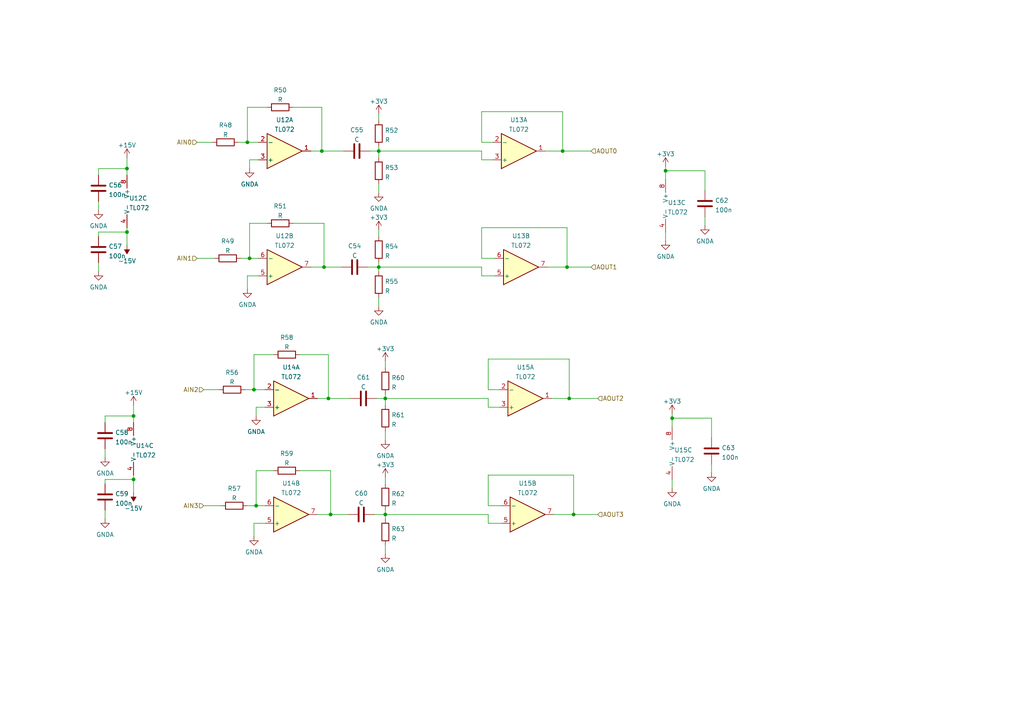
<source format=kicad_sch>
(kicad_sch (version 20211123) (generator eeschema)
  (paper "A4")
  (lib_symbols
    (symbol "Amplifier_Operational:TL072" (pin_names (offset 0.127))
      (property "Reference" "U" (at 0 5.08 0))
      (property "Value" "TL072" (at 0 -5.08 0))
      (symbol "TL072_1_1"
        (polyline (pts (xy -5.08 5.08) (xy 5.08 0) (xy -5.08 -5.08) (xy -5.08 5.08)) (stroke (width 0.254)) (fill (type background)))
        (pin output line (at 7.62 0 180) (length 2.54) (name "~") (number "1"))
        (pin input line (at -7.62 -2.54 0) (length 2.54) (name "-") (number "2"))
        (pin input line (at -7.62 2.54 0) (length 2.54) (name "+") (number "3"))
      )
      (symbol "TL072_2_1"
        (polyline (pts (xy -5.08 5.08) (xy 5.08 0) (xy -5.08 -5.08) (xy -5.08 5.08)) (stroke (width 0.254)) (fill (type background)))
        (pin input line (at -7.62 2.54 0) (length 2.54) (name "+") (number "5"))
        (pin input line (at -7.62 -2.54 0) (length 2.54) (name "-") (number "6"))
        (pin output line (at 7.62 0 180) (length 2.54) (name "~") (number "7"))
      )
      (symbol "TL072_3_1"
        (pin power_in line (at -2.54 -7.62 90) (length 3.81) (name "V-") (number "4"))
        (pin power_in line (at -2.54 7.62 270) (length 3.81) (name "V+") (number "8"))
      )
    )
    (symbol "Device:C" (pin_numbers hide) (pin_names (offset 0.254))
      (property "Reference" "C" (at 0.635 2.54 0))
      (property "Value" "C" (at 0.635 -2.54 0))
      (symbol "C_0_1"
        (polyline (pts (xy -2.032 -0.762) (xy 2.032 -0.762)) (stroke (width 0.508)))
        (polyline (pts (xy -2.032 0.762) (xy 2.032 0.762)) (stroke (width 0.508)))
      )
      (symbol "C_1_1"
        (pin passive line (at 0 3.81 270) (length 2.794) (name "~") (number "1"))
        (pin passive line (at 0 -3.81 90) (length 2.794) (name "~") (number "2"))
      )
    )
    (symbol "Device:R" (pin_numbers hide) (pin_names (offset 0))
      (property "Reference" "R" (at 2.032 0 90))
      (property "Value" "R" (at 0 0 90))
      (symbol "R_0_1"
        (rectangle (start -1.016 -2.54) (end 1.016 2.54) (stroke (width 0.254)))
      )
      (symbol "R_1_1"
        (pin passive line (at 0 3.81 270) (length 1.27) (name "~") (number "1"))
        (pin passive line (at 0 -3.81 90) (length 1.27) (name "~") (number "2"))
      )
    )
    (symbol "power:+15V" (power) (pin_names (offset 0))
      (property "Value" "+15V" (at 0 3.556 0))
      (symbol "+15V_0_1"
        (polyline (pts (xy -0.762 1.27) (xy 0 2.54)))
        (polyline (pts (xy 0 0) (xy 0 2.54)))
        (polyline (pts (xy 0 2.54) (xy 0.762 1.27)))
      )
      (symbol "+15V_1_1"
        (pin power_in line (at 0 0 90) (length 0) hide (name "+15V") (number "1"))
      )
    )
    (symbol "power:+3.3V" (power) (pin_names (offset 0))
      (property "Value" "+3.3V" (at 0 3.556 0))
      (symbol "+3.3V_0_1"
        (polyline (pts (xy -0.762 1.27) (xy 0 2.54)))
        (polyline (pts (xy 0 0) (xy 0 2.54)))
        (polyline (pts (xy 0 2.54) (xy 0.762 1.27)))
      )
      (symbol "+3.3V_1_1"
        (pin power_in line (at 0 0 90) (length 0) hide (name "+3V3") (number "1"))
      )
    )
    (symbol "power:-15V" (power) (pin_names (offset 0))
      (property "Value" "-15V" (at 0 3.81 0))
      (symbol "-15V_0_0"
        (pin power_in line (at 0 0 90) (length 0) hide (name "-15V") (number "1"))
      )
      (symbol "-15V_0_1"
        (polyline (pts (xy 0 0) (xy 0 1.27) (xy 0.762 1.27) (xy 0 2.54) (xy -0.762 1.27) (xy 0 1.27)) (fill (type outline)))
      )
    )
    (symbol "power:GNDA" (power) (pin_names (offset 0))
      (property "Value" "GNDA" (at 0 -3.81 0))
      (symbol "GNDA_0_1"
        (polyline (pts (xy 0 0) (xy 0 -1.27) (xy 1.27 -1.27) (xy 0 -2.54) (xy -1.27 -1.27) (xy 0 -1.27)))
      )
      (symbol "GNDA_1_1"
        (pin power_in line (at 0 0 270) (length 0) hide (name "GNDA") (number "1"))
      )
    )
  )
  (junction (at 109.855 43.815))
  (junction (at 111.76 149.225))
  (junction (at 95.885 149.225))
  (junction (at 36.83 48.895))
  (junction (at 36.83 67.31))
  (junction (at 93.345 43.815))
  (junction (at 73.66 113.03))
  (junction (at 194.945 121.285))
  (junction (at 72.39 74.93))
  (junction (at 163.195 43.815))
  (junction (at 74.295 146.685))
  (junction (at 109.855 77.47))
  (junction (at 38.735 120.65))
  (junction (at 95.25 115.57))
  (junction (at 166.37 149.225))
  (junction (at 193.04 49.53))
  (junction (at 111.76 115.57))
  (junction (at 93.98 77.47))
  (junction (at 164.465 77.47))
  (junction (at 38.735 139.065))
  (junction (at 165.1 115.57))
  (junction (at 71.755 41.275))
  (wire (pts (xy 139.7 77.47) (xy 139.7 80.01)))
  (wire (pts (xy 193.04 67.31) (xy 193.04 69.85)))
  (wire (pts (xy 109.855 66.675) (xy 109.855 68.58)))
  (wire (pts (xy 141.605 104.14) (xy 165.1 104.14)))
  (wire (pts (xy 93.98 77.47) (xy 90.17 77.47)))
  (wire (pts (xy 109.855 43.815) (xy 139.7 43.815)))
  (wire (pts (xy 111.76 115.57) (xy 141.605 115.57)))
  (wire (pts (xy 36.83 48.895) (xy 36.83 50.8)))
  (wire (pts (xy 69.85 74.93) (xy 72.39 74.93)))
  (wire (pts (xy 36.83 66.04) (xy 36.83 67.31)))
  (wire (pts (xy 93.98 77.47) (xy 99.06 77.47)))
  (wire (pts (xy 71.12 113.03) (xy 73.66 113.03)))
  (wire (pts (xy 109.855 86.36) (xy 109.855 88.9)))
  (wire (pts (xy 107.315 43.815) (xy 109.855 43.815)))
  (wire (pts (xy 108.585 149.225) (xy 111.76 149.225)))
  (wire (pts (xy 85.09 64.77) (xy 93.98 64.77)))
  (wire (pts (xy 73.66 113.03) (xy 76.835 113.03)))
  (wire (pts (xy 72.39 64.77) (xy 77.47 64.77)))
  (wire (pts (xy 93.345 43.815) (xy 90.17 43.815)))
  (wire (pts (xy 93.345 31.115) (xy 93.345 43.815)))
  (wire (pts (xy 141.605 118.11) (xy 144.78 118.11)))
  (wire (pts (xy 106.68 77.47) (xy 109.855 77.47)))
  (wire (pts (xy 139.7 80.01) (xy 143.51 80.01)))
  (wire (pts (xy 109.855 77.47) (xy 139.7 77.47)))
  (wire (pts (xy 71.755 80.01) (xy 74.93 80.01)))
  (wire (pts (xy 165.1 104.14) (xy 165.1 115.57)))
  (wire (pts (xy 74.295 118.11) (xy 76.835 118.11)))
  (wire (pts (xy 139.7 41.275) (xy 139.7 32.385)))
  (wire (pts (xy 71.755 83.82) (xy 71.755 80.01)))
  (wire (pts (xy 38.735 137.795) (xy 38.735 139.065)))
  (wire (pts (xy 28.575 67.31) (xy 36.83 67.31)))
  (wire (pts (xy 142.875 41.275) (xy 139.7 41.275)))
  (wire (pts (xy 38.735 120.65) (xy 38.735 122.555)))
  (wire (pts (xy 204.47 62.865) (xy 204.47 65.405)))
  (wire (pts (xy 194.945 139.065) (xy 194.945 141.605)))
  (wire (pts (xy 95.885 149.225) (xy 100.965 149.225)))
  (wire (pts (xy 163.195 32.385) (xy 163.195 43.815)))
  (wire (pts (xy 206.375 134.62) (xy 206.375 137.16)))
  (wire (pts (xy 85.09 31.115) (xy 93.345 31.115)))
  (wire (pts (xy 206.375 121.285) (xy 206.375 127)))
  (wire (pts (xy 139.7 43.815) (xy 139.7 46.355)))
  (wire (pts (xy 139.7 32.385) (xy 163.195 32.385)))
  (wire (pts (xy 111.76 125.095) (xy 111.76 127.635)))
  (wire (pts (xy 30.48 120.65) (xy 38.735 120.65)))
  (wire (pts (xy 72.39 48.895) (xy 72.39 46.355)))
  (wire (pts (xy 28.575 76.2) (xy 28.575 78.74)))
  (wire (pts (xy 144.78 113.03) (xy 141.605 113.03)))
  (wire (pts (xy 194.945 120.015) (xy 194.945 121.285)))
  (wire (pts (xy 164.465 66.04) (xy 164.465 77.47)))
  (wire (pts (xy 30.48 122.555) (xy 30.48 120.65)))
  (wire (pts (xy 109.855 77.47) (xy 109.855 76.2)))
  (wire (pts (xy 111.76 115.57) (xy 111.76 117.475)))
  (wire (pts (xy 71.755 146.685) (xy 74.295 146.685)))
  (wire (pts (xy 141.605 149.225) (xy 141.605 151.765)))
  (wire (pts (xy 166.37 137.795) (xy 166.37 149.225)))
  (wire (pts (xy 111.76 115.57) (xy 111.76 114.3)))
  (wire (pts (xy 95.25 115.57) (xy 101.6 115.57)))
  (wire (pts (xy 194.945 121.285) (xy 206.375 121.285)))
  (wire (pts (xy 74.295 146.685) (xy 74.295 136.525)))
  (wire (pts (xy 73.66 155.575) (xy 73.66 151.765)))
  (wire (pts (xy 111.76 104.775) (xy 111.76 106.68)))
  (wire (pts (xy 74.295 136.525) (xy 79.375 136.525)))
  (wire (pts (xy 111.76 149.225) (xy 141.605 149.225)))
  (wire (pts (xy 69.215 41.275) (xy 71.755 41.275)))
  (wire (pts (xy 36.83 67.31) (xy 36.83 71.12)))
  (wire (pts (xy 28.575 50.8) (xy 28.575 48.895)))
  (wire (pts (xy 95.885 136.525) (xy 95.885 149.225)))
  (wire (pts (xy 109.855 43.815) (xy 109.855 45.72)))
  (wire (pts (xy 30.48 139.065) (xy 38.735 139.065)))
  (wire (pts (xy 86.995 136.525) (xy 95.885 136.525)))
  (wire (pts (xy 141.605 137.795) (xy 166.37 137.795)))
  (wire (pts (xy 204.47 49.53) (xy 204.47 55.245)))
  (wire (pts (xy 93.98 64.77) (xy 93.98 77.47)))
  (wire (pts (xy 72.39 74.93) (xy 72.39 64.77)))
  (wire (pts (xy 93.345 43.815) (xy 99.695 43.815)))
  (wire (pts (xy 73.66 151.765) (xy 76.835 151.765)))
  (wire (pts (xy 71.755 31.115) (xy 77.47 31.115)))
  (wire (pts (xy 193.04 49.53) (xy 204.47 49.53)))
  (wire (pts (xy 143.51 74.93) (xy 139.7 74.93)))
  (wire (pts (xy 38.735 117.475) (xy 38.735 120.65)))
  (wire (pts (xy 95.25 115.57) (xy 92.075 115.57)))
  (wire (pts (xy 30.48 130.175) (xy 30.48 132.715)))
  (wire (pts (xy 193.04 48.26) (xy 193.04 49.53)))
  (wire (pts (xy 111.76 149.225) (xy 111.76 150.495)))
  (wire (pts (xy 164.465 77.47) (xy 171.45 77.47)))
  (wire (pts (xy 193.04 49.53) (xy 193.04 52.07)))
  (wire (pts (xy 74.295 146.685) (xy 76.835 146.685)))
  (wire (pts (xy 74.295 120.65) (xy 74.295 118.11)))
  (wire (pts (xy 166.37 149.225) (xy 173.355 149.225)))
  (wire (pts (xy 166.37 149.225) (xy 160.655 149.225)))
  (wire (pts (xy 145.415 146.685) (xy 141.605 146.685)))
  (wire (pts (xy 71.755 41.275) (xy 74.93 41.275)))
  (wire (pts (xy 141.605 151.765) (xy 145.415 151.765)))
  (wire (pts (xy 109.855 33.02) (xy 109.855 34.925)))
  (wire (pts (xy 36.83 45.72) (xy 36.83 48.895)))
  (wire (pts (xy 95.885 149.225) (xy 92.075 149.225)))
  (wire (pts (xy 72.39 74.93) (xy 74.93 74.93)))
  (wire (pts (xy 139.7 46.355) (xy 142.875 46.355)))
  (wire (pts (xy 73.66 102.87) (xy 79.375 102.87)))
  (wire (pts (xy 194.945 121.285) (xy 194.945 123.825)))
  (wire (pts (xy 163.195 43.815) (xy 171.45 43.815)))
  (wire (pts (xy 30.48 147.955) (xy 30.48 150.495)))
  (wire (pts (xy 111.76 149.225) (xy 111.76 147.955)))
  (wire (pts (xy 28.575 48.895) (xy 36.83 48.895)))
  (wire (pts (xy 141.605 113.03) (xy 141.605 104.14)))
  (wire (pts (xy 86.995 102.87) (xy 95.25 102.87)))
  (wire (pts (xy 28.575 58.42) (xy 28.575 60.96)))
  (wire (pts (xy 139.7 66.04) (xy 164.465 66.04)))
  (wire (pts (xy 109.855 77.47) (xy 109.855 78.74)))
  (wire (pts (xy 71.755 41.275) (xy 71.755 31.115)))
  (wire (pts (xy 109.855 43.815) (xy 109.855 42.545)))
  (wire (pts (xy 165.1 115.57) (xy 160.02 115.57)))
  (wire (pts (xy 109.855 53.34) (xy 109.855 55.88)))
  (wire (pts (xy 109.22 115.57) (xy 111.76 115.57)))
  (wire (pts (xy 30.48 140.335) (xy 30.48 139.065)))
  (wire (pts (xy 141.605 146.685) (xy 141.605 137.795)))
  (wire (pts (xy 57.15 74.93) (xy 62.23 74.93)))
  (wire (pts (xy 57.15 41.275) (xy 61.595 41.275)))
  (wire (pts (xy 95.25 102.87) (xy 95.25 115.57)))
  (wire (pts (xy 38.735 139.065) (xy 38.735 142.875)))
  (wire (pts (xy 72.39 46.355) (xy 74.93 46.355)))
  (wire (pts (xy 111.76 138.43) (xy 111.76 140.335)))
  (wire (pts (xy 139.7 74.93) (xy 139.7 66.04)))
  (wire (pts (xy 164.465 77.47) (xy 158.75 77.47)))
  (wire (pts (xy 28.575 68.58) (xy 28.575 67.31)))
  (wire (pts (xy 141.605 115.57) (xy 141.605 118.11)))
  (wire (pts (xy 163.195 43.815) (xy 158.115 43.815)))
  (wire (pts (xy 165.1 115.57) (xy 173.355 115.57)))
  (wire (pts (xy 59.055 113.03) (xy 63.5 113.03)))
  (wire (pts (xy 73.66 113.03) (xy 73.66 102.87)))
  (wire (pts (xy 111.76 158.115) (xy 111.76 160.655)))
  (wire (pts (xy 59.055 146.685) (xy 64.135 146.685)))
  (hierarchical_label "AOUT2" (shape input) (at 173.355 115.57 0))
  (hierarchical_label "AOUT0" (shape input) (at 171.45 43.815 0))
  (hierarchical_label "AIN1" (shape input) (at 57.15 74.93 180))
  (hierarchical_label "AIN0" (shape input) (at 57.15 41.275 180))
  (hierarchical_label "AOUT3" (shape input) (at 173.355 149.225 0))
  (hierarchical_label "AIN3" (shape input) (at 59.055 146.685 180))
  (hierarchical_label "AOUT1" (shape input) (at 171.45 77.47 0))
  (hierarchical_label "AIN2" (shape input) (at 59.055 113.03 180))
  (symbol (lib_id "power:+3.3V") (at 111.76 138.43 0) (unit 1)
    (property "Reference" "#PWR092" (effects hide))
    (property "Value" "+3.3V" (at 111.76 134.8255 0))
  )
  (symbol (lib_id "power:-15V") (at 38.735 142.875 180) (unit 1)
    (property "Reference" "#PWR087" (effects hide))
    (property "Value" "-15V" (at 38.735 147.4375 0))
  )
  (symbol (lib_id "Device:R") (at 81.28 64.77 90) (unit 1)
    (property "Reference" "R51" (at 81.28 59.7875 90))
    (property "Value" "R" (at 81.28 62.5626 90))
    (property "Footprint" "Resistor_SMD:R_0603_1608Metric_Pad0.98x0.95mm_HandSolder" (effects hide))
  )
  (symbol (lib_id "Device:C") (at 104.775 149.225 90) (unit 1)
    (property "Reference" "C60" (at 104.775 143.0995 90))
    (property "Value" "C" (at 104.775 145.8746 90))
    (property "Footprint" "Capacitor_SMD:C_0603_1608Metric_Pad1.08x0.95mm_HandSolder" (effects hide))
  )
  (symbol (lib_id "Amplifier_Operational:TL072") (at 153.035 149.225 0) (mirror x) (unit 2)
    (property "Reference" "U15" (at 153.035 140.1785 0))
    (property "Value" "TL072" (at 153.035 142.9536 0))
    (property "Footprint" "Package_SO:SOIC-8_3.9x4.9mm_P1.27mm" (effects hide))
    (property "Datasheet" "http://www.ti.com/lit/ds/symlink/tl071.pdf" (effects hide))
  )
  (symbol (lib_id "Device:R") (at 109.855 38.735 0) (unit 1)
    (property "Reference" "R52" (at 111.633 37.8265 0) (effects (justify left)))
    (property "Value" "R" (at 111.633 40.6016 0) (effects (justify left)))
    (property "Footprint" "Resistor_SMD:R_0603_1608Metric_Pad0.98x0.95mm_HandSolder" (effects hide))
  )
  (symbol (lib_id "power:GNDA") (at 204.47 65.405 0) (unit 1)
    (property "Reference" "#PWR098" (effects hide))
    (property "Value" "GNDA" (at 204.47 69.9675 0))
  )
  (symbol (lib_id "power:GNDA") (at 109.855 88.9 0) (unit 1)
    (property "Reference" "#PWR079" (effects hide))
    (property "Value" "GNDA" (at 109.855 93.4625 0))
  )
  (symbol (lib_id "Device:C") (at 204.47 59.055 0) (unit 1)
    (property "Reference" "C62" (at 207.391 58.1465 0) (effects (justify left)))
    (property "Value" "100n" (at 207.391 60.9216 0) (effects (justify left)))
    (property "Footprint" "Capacitor_SMD:C_0603_1608Metric_Pad1.08x0.95mm_HandSolder" (effects hide))
  )
  (symbol (lib_id "Amplifier_Operational:TL072") (at 150.495 43.815 0) (mirror x) (unit 1)
    (property "Reference" "U13" (at 150.495 34.7685 0))
    (property "Value" "TL072" (at 150.495 37.5436 0))
    (property "Footprint" "Package_SO:SOIC-8_3.9x4.9mm_P1.27mm" (effects hide))
    (property "Datasheet" "http://www.ti.com/lit/ds/symlink/tl071.pdf" (effects hide))
  )
  (symbol (lib_id "Device:R") (at 109.855 49.53 0) (unit 1)
    (property "Reference" "R53" (at 111.633 48.6215 0) (effects (justify left)))
    (property "Value" "R" (at 111.633 51.3966 0) (effects (justify left)))
    (property "Footprint" "Resistor_SMD:R_0603_1608Metric_Pad0.98x0.95mm_HandSolder" (effects hide))
  )
  (symbol (lib_id "power:GNDA") (at 194.945 141.605 0) (unit 1)
    (property "Reference" "#PWR097" (effects hide))
    (property "Value" "GNDA" (at 194.945 146.1675 0))
  )
  (symbol (lib_id "Device:R") (at 67.945 146.685 90) (unit 1)
    (property "Reference" "R57" (at 67.945 141.7025 90))
    (property "Value" "R" (at 67.945 144.4776 90))
    (property "Footprint" "Resistor_SMD:R_0603_1608Metric_Pad0.98x0.95mm_HandSolder" (effects hide))
  )
  (symbol (lib_id "Device:C") (at 105.41 115.57 90) (unit 1)
    (property "Reference" "C61" (at 105.41 109.4445 90))
    (property "Value" "C" (at 105.41 112.2196 90))
    (property "Footprint" "Capacitor_SMD:C_0603_1608Metric_Pad1.08x0.95mm_HandSolder" (effects hide))
  )
  (symbol (lib_id "power:GNDA") (at 74.295 120.65 0) (unit 1)
    (property "Reference" "#PWR089" (effects hide))
    (property "Value" "GNDA" (at 74.295 125.2125 0))
  )
  (symbol (lib_id "Device:R") (at 65.405 41.275 90) (unit 1)
    (property "Reference" "R48" (at 65.405 36.2925 90))
    (property "Value" "R" (at 65.405 39.0676 90))
    (property "Footprint" "Resistor_SMD:R_0603_1608Metric_Pad0.98x0.95mm_HandSolder" (effects hide))
  )
  (symbol (lib_id "Device:R") (at 109.855 82.55 0) (unit 1)
    (property "Reference" "R55" (at 111.633 81.6415 0) (effects (justify left)))
    (property "Value" "R" (at 111.633 84.4166 0) (effects (justify left)))
    (property "Footprint" "Resistor_SMD:R_0603_1608Metric_Pad0.98x0.95mm_HandSolder" (effects hide))
  )
  (symbol (lib_id "Device:R") (at 109.855 72.39 0) (unit 1)
    (property "Reference" "R54" (at 111.633 71.4815 0) (effects (justify left)))
    (property "Value" "R" (at 111.633 74.2566 0) (effects (justify left)))
    (property "Footprint" "Resistor_SMD:R_0603_1608Metric_Pad0.98x0.95mm_HandSolder" (effects hide))
  )
  (symbol (lib_id "Device:R") (at 111.76 144.145 0) (unit 1)
    (property "Reference" "R62" (at 113.538 143.2365 0) (effects (justify left)))
    (property "Value" "R" (at 113.538 146.0116 0) (effects (justify left)))
    (property "Footprint" "Resistor_SMD:R_0603_1608Metric_Pad0.98x0.95mm_HandSolder" (effects hide))
  )
  (symbol (lib_id "Amplifier_Operational:TL072") (at 41.275 130.175 0) (unit 3)
    (property "Reference" "U14" (at 39.37 129.2665 0) (effects (justify left)))
    (property "Value" "TL072" (at 39.37 132.0416 0) (effects (justify left)))
    (property "Footprint" "Package_SO:SOIC-8_3.9x4.9mm_P1.27mm" (effects hide))
    (property "Datasheet" "http://www.ti.com/lit/ds/symlink/tl071.pdf" (effects hide))
  )
  (symbol (lib_id "Device:R") (at 83.185 102.87 90) (unit 1)
    (property "Reference" "R58" (at 83.185 97.8875 90))
    (property "Value" "R" (at 83.185 100.6626 90))
    (property "Footprint" "Resistor_SMD:R_0603_1608Metric_Pad0.98x0.95mm_HandSolder" (effects hide))
  )
  (symbol (lib_id "power:+3.3V") (at 109.855 66.675 0) (unit 1)
    (property "Reference" "#PWR078" (effects hide))
    (property "Value" "+3.3V" (at 109.855 63.0705 0))
  )
  (symbol (lib_id "Device:R") (at 111.76 110.49 0) (unit 1)
    (property "Reference" "R60" (at 113.538 109.5815 0) (effects (justify left)))
    (property "Value" "R" (at 113.538 112.3566 0) (effects (justify left)))
    (property "Footprint" "Resistor_SMD:R_0603_1608Metric_Pad0.98x0.95mm_HandSolder" (effects hide))
  )
  (symbol (lib_id "power:GNDA") (at 73.66 155.575 0) (unit 1)
    (property "Reference" "#PWR088" (effects hide))
    (property "Value" "GNDA" (at 73.66 160.1375 0))
  )
  (symbol (lib_id "power:-15V") (at 36.83 71.12 180) (unit 1)
    (property "Reference" "#PWR085" (effects hide))
    (property "Value" "-15V" (at 36.83 75.6825 0))
  )
  (symbol (lib_id "Amplifier_Operational:TL072") (at 84.455 149.225 0) (mirror x) (unit 2)
    (property "Reference" "U14" (at 84.455 140.1785 0))
    (property "Value" "TL072" (at 84.455 142.9536 0))
    (property "Footprint" "Package_SO:SOIC-8_3.9x4.9mm_P1.27mm" (effects hide))
    (property "Datasheet" "http://www.ti.com/lit/ds/symlink/tl071.pdf" (effects hide))
  )
  (symbol (lib_id "power:GNDA") (at 72.39 48.895 0) (unit 1)
    (property "Reference" "#PWR075" (effects hide))
    (property "Value" "GNDA" (at 72.39 53.4575 0))
  )
  (symbol (lib_id "Amplifier_Operational:TL072") (at 82.55 43.815 0) (mirror x) (unit 1)
    (property "Reference" "U12" (at 82.55 34.7685 0))
    (property "Value" "TL072" (at 82.55 37.5436 0))
    (property "Footprint" "Package_SO:SOIC-8_3.9x4.9mm_P1.27mm" (effects hide))
    (property "Datasheet" "http://www.ti.com/lit/ds/symlink/tl071.pdf" (effects hide))
  )
  (symbol (lib_id "Device:R") (at 111.76 154.305 0) (unit 1)
    (property "Reference" "R63" (at 113.538 153.3965 0) (effects (justify left)))
    (property "Value" "R" (at 113.538 156.1716 0) (effects (justify left)))
    (property "Footprint" "Resistor_SMD:R_0603_1608Metric_Pad0.98x0.95mm_HandSolder" (effects hide))
  )
  (symbol (lib_id "Device:C") (at 102.87 77.47 90) (unit 1)
    (property "Reference" "C54" (at 102.87 71.3445 90))
    (property "Value" "C" (at 102.87 74.1196 90))
    (property "Footprint" "Capacitor_SMD:C_0603_1608Metric_Pad1.08x0.95mm_HandSolder" (effects hide))
  )
  (symbol (lib_id "Amplifier_Operational:TL072") (at 39.37 58.42 0) (unit 3)
    (property "Reference" "U12" (at 37.465 57.5115 0) (effects (justify left)))
    (property "Value" "TL072" (at 37.465 60.2866 0) (effects (justify left)))
    (property "Footprint" "Package_SO:SOIC-8_3.9x4.9mm_P1.27mm" (effects hide))
    (property "Datasheet" "http://www.ti.com/lit/ds/symlink/tl071.pdf" (effects hide))
  )
  (symbol (lib_id "power:+3.3V") (at 111.76 104.775 0) (unit 1)
    (property "Reference" "#PWR090" (effects hide))
    (property "Value" "+3.3V" (at 111.76 101.1705 0))
  )
  (symbol (lib_id "Device:C") (at 206.375 130.81 0) (unit 1)
    (property "Reference" "C63" (at 209.296 129.9015 0) (effects (justify left)))
    (property "Value" "100n" (at 209.296 132.6766 0) (effects (justify left)))
    (property "Footprint" "Capacitor_SMD:C_0603_1608Metric_Pad1.08x0.95mm_HandSolder" (effects hide))
  )
  (symbol (lib_id "Device:R") (at 81.28 31.115 90) (unit 1)
    (property "Reference" "R50" (at 81.28 26.1325 90))
    (property "Value" "R" (at 81.28 28.9076 90))
    (property "Footprint" "Resistor_SMD:R_0603_1608Metric_Pad0.98x0.95mm_HandSolder" (effects hide))
  )
  (symbol (lib_id "Device:R") (at 83.185 136.525 90) (unit 1)
    (property "Reference" "R59" (at 83.185 131.5425 90))
    (property "Value" "R" (at 83.185 134.3176 90))
    (property "Footprint" "Resistor_SMD:R_0603_1608Metric_Pad0.98x0.95mm_HandSolder" (effects hide))
  )
  (symbol (lib_id "power:GNDA") (at 111.76 127.635 0) (unit 1)
    (property "Reference" "#PWR091" (effects hide))
    (property "Value" "GNDA" (at 111.76 132.1975 0))
  )
  (symbol (lib_id "power:+3.3V") (at 193.04 48.26 0) (unit 1)
    (property "Reference" "#PWR094" (effects hide))
    (property "Value" "+3.3V" (at 193.04 44.6555 0))
  )
  (symbol (lib_id "Device:R") (at 67.31 113.03 90) (unit 1)
    (property "Reference" "R56" (at 67.31 108.0475 90))
    (property "Value" "R" (at 67.31 110.8226 90))
    (property "Footprint" "Resistor_SMD:R_0603_1608Metric_Pad0.98x0.95mm_HandSolder" (effects hide))
  )
  (symbol (lib_id "power:+3.3V") (at 194.945 120.015 0) (unit 1)
    (property "Reference" "#PWR096" (effects hide))
    (property "Value" "+3.3V" (at 194.945 116.4105 0))
  )
  (symbol (lib_id "Device:R") (at 66.04 74.93 90) (unit 1)
    (property "Reference" "R49" (at 66.04 69.9475 90))
    (property "Value" "R" (at 66.04 72.7226 90))
    (property "Footprint" "Resistor_SMD:R_0603_1608Metric_Pad0.98x0.95mm_HandSolder" (effects hide))
  )
  (symbol (lib_id "Device:C") (at 103.505 43.815 90) (unit 1)
    (property "Reference" "C55" (at 103.505 37.6895 90))
    (property "Value" "C" (at 103.505 40.4646 90))
    (property "Footprint" "Capacitor_SMD:C_0603_1608Metric_Pad1.08x0.95mm_HandSolder" (effects hide))
  )
  (symbol (lib_id "Amplifier_Operational:TL072") (at 84.455 115.57 0) (mirror x) (unit 1)
    (property "Reference" "U14" (at 84.455 106.5235 0))
    (property "Value" "TL072" (at 84.455 109.2986 0))
    (property "Footprint" "Package_SO:SOIC-8_3.9x4.9mm_P1.27mm" (effects hide))
    (property "Datasheet" "http://www.ti.com/lit/ds/symlink/tl071.pdf" (effects hide))
  )
  (symbol (lib_id "power:GNDA") (at 111.76 160.655 0) (unit 1)
    (property "Reference" "#PWR093" (effects hide))
    (property "Value" "GNDA" (at 111.76 165.2175 0))
  )
  (symbol (lib_id "Amplifier_Operational:TL072") (at 152.4 115.57 0) (mirror x) (unit 1)
    (property "Reference" "U15" (at 152.4 106.5235 0))
    (property "Value" "TL072" (at 152.4 109.2986 0))
    (property "Footprint" "Package_SO:SOIC-8_3.9x4.9mm_P1.27mm" (effects hide))
    (property "Datasheet" "http://www.ti.com/lit/ds/symlink/tl071.pdf" (effects hide))
  )
  (symbol (lib_id "Device:C") (at 28.575 72.39 0) (unit 1)
    (property "Reference" "C57" (at 31.496 71.4815 0) (effects (justify left)))
    (property "Value" "100n" (at 31.496 74.2566 0) (effects (justify left)))
    (property "Footprint" "Capacitor_SMD:C_0603_1608Metric_Pad1.08x0.95mm_HandSolder" (effects hide))
  )
  (symbol (lib_id "Device:C") (at 28.575 54.61 0) (unit 1)
    (property "Reference" "C56" (at 31.496 53.7015 0) (effects (justify left)))
    (property "Value" "100n" (at 31.496 56.4766 0) (effects (justify left)))
    (property "Footprint" "Capacitor_SMD:C_0603_1608Metric_Pad1.08x0.95mm_HandSolder" (effects hide))
  )
  (symbol (lib_id "Amplifier_Operational:TL072") (at 82.55 77.47 0) (mirror x) (unit 2)
    (property "Reference" "U12" (at 82.55 68.4235 0))
    (property "Value" "TL072" (at 82.55 71.1986 0))
    (property "Footprint" "Package_SO:SOIC-8_3.9x4.9mm_P1.27mm" (effects hide))
    (property "Datasheet" "http://www.ti.com/lit/ds/symlink/tl071.pdf" (effects hide))
  )
  (symbol (lib_id "power:GNDA") (at 193.04 69.85 0) (unit 1)
    (property "Reference" "#PWR095" (effects hide))
    (property "Value" "GNDA" (at 193.04 74.4125 0))
  )
  (symbol (lib_id "Amplifier_Operational:TL072") (at 197.485 131.445 0) (unit 3)
    (property "Reference" "U15" (at 195.58 130.5365 0) (effects (justify left)))
    (property "Value" "TL072" (at 195.58 133.3116 0) (effects (justify left)))
    (property "Footprint" "Package_SO:SOIC-8_3.9x4.9mm_P1.27mm" (effects hide))
    (property "Datasheet" "http://www.ti.com/lit/ds/symlink/tl071.pdf" (effects hide))
  )
  (symbol (lib_id "Amplifier_Operational:TL072") (at 151.13 77.47 0) (mirror x) (unit 2)
    (property "Reference" "U13" (at 151.13 68.4235 0))
    (property "Value" "TL072" (at 151.13 71.1986 0))
    (property "Footprint" "Package_SO:SOIC-8_3.9x4.9mm_P1.27mm" (effects hide))
    (property "Datasheet" "http://www.ti.com/lit/ds/symlink/tl071.pdf" (effects hide))
  )
  (symbol (lib_id "power:+15V") (at 36.83 45.72 0) (unit 1)
    (property "Reference" "#PWR084" (effects hide))
    (property "Value" "+15V" (at 36.83 42.1155 0))
  )
  (symbol (lib_id "power:+15V") (at 38.735 117.475 0) (unit 1)
    (property "Reference" "#PWR086" (effects hide))
    (property "Value" "+15V" (at 38.735 113.8705 0))
  )
  (symbol (lib_id "Device:R") (at 111.76 121.285 0) (unit 1)
    (property "Reference" "R61" (at 113.538 120.3765 0) (effects (justify left)))
    (property "Value" "R" (at 113.538 123.1516 0) (effects (justify left)))
    (property "Footprint" "Resistor_SMD:R_0603_1608Metric_Pad0.98x0.95mm_HandSolder" (effects hide))
  )
  (symbol (lib_id "power:GNDA") (at 28.575 78.74 0) (unit 1)
    (property "Reference" "#PWR081" (effects hide))
    (property "Value" "GNDA" (at 28.575 83.3025 0))
  )
  (symbol (lib_id "power:GNDA") (at 30.48 132.715 0) (unit 1)
    (property "Reference" "#PWR082" (effects hide))
    (property "Value" "GNDA" (at 30.48 137.2775 0))
  )
  (symbol (lib_id "power:GNDA") (at 28.575 60.96 0) (unit 1)
    (property "Reference" "#PWR080" (effects hide))
    (property "Value" "GNDA" (at 28.575 65.5225 0))
  )
  (symbol (lib_id "power:+3.3V") (at 109.855 33.02 0) (unit 1)
    (property "Reference" "#PWR076" (effects hide))
    (property "Value" "+3.3V" (at 109.855 29.4155 0))
  )
  (symbol (lib_id "Device:C") (at 30.48 126.365 0) (unit 1)
    (property "Reference" "C58" (at 33.401 125.4565 0) (effects (justify left)))
    (property "Value" "100n" (at 33.401 128.2316 0) (effects (justify left)))
    (property "Footprint" "Capacitor_SMD:C_0603_1608Metric_Pad1.08x0.95mm_HandSolder" (effects hide))
  )
  (symbol (lib_id "power:GNDA") (at 109.855 55.88 0) (unit 1)
    (property "Reference" "#PWR077" (effects hide))
    (property "Value" "GNDA" (at 109.855 60.4425 0))
  )
  (symbol (lib_id "power:GNDA") (at 71.755 83.82 0) (unit 1)
    (property "Reference" "#PWR074" (effects hide))
    (property "Value" "GNDA" (at 71.755 88.3825 0))
  )
  (symbol (lib_id "power:GNDA") (at 206.375 137.16 0) (unit 1)
    (property "Reference" "#PWR099" (effects hide))
    (property "Value" "GNDA" (at 206.375 141.7225 0))
  )
  (symbol (lib_id "Amplifier_Operational:TL072") (at 195.58 59.69 0) (unit 3)
    (property "Reference" "U13" (at 193.675 58.7815 0) (effects (justify left)))
    (property "Value" "TL072" (at 193.675 61.5566 0) (effects (justify left)))
    (property "Footprint" "Package_SO:SOIC-8_3.9x4.9mm_P1.27mm" (effects hide))
    (property "Datasheet" "http://www.ti.com/lit/ds/symlink/tl071.pdf" (effects hide))
  )
  (symbol (lib_id "Device:C") (at 30.48 144.145 0) (unit 1)
    (property "Reference" "C59" (at 33.401 143.2365 0) (effects (justify left)))
    (property "Value" "100n" (at 33.401 146.0116 0) (effects (justify left)))
    (property "Footprint" "Capacitor_SMD:C_0603_1608Metric_Pad1.08x0.95mm_HandSolder" (effects hide))
  )
  (symbol (lib_id "power:GNDA") (at 30.48 150.495 0) (unit 1)
    (property "Reference" "#PWR083" (effects hide))
    (property "Value" "GNDA" (at 30.48 155.0575 0))
  )
)
</source>
